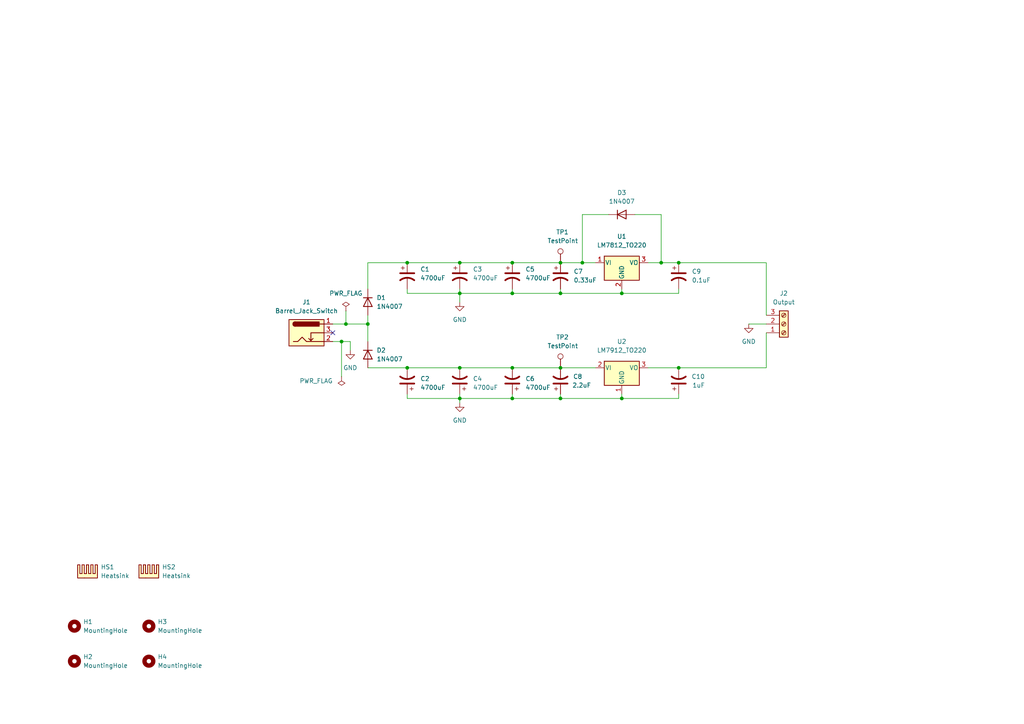
<source format=kicad_sch>
(kicad_sch (version 20211123) (generator eeschema)
  (paper "A4")
  (title_block (title "Eurorack Power Supply") (rev "rev3") (company "Northride Synth"))
  (lib_symbols
    (symbol "Connector:Barrel_Jack_Switch" (pin_names hide)
      (property "Reference" "J" (at 0 5.334 0))
      (property "Value" "Barrel_Jack_Switch" (at 0 -5.08 0))
      (symbol "Barrel_Jack_Switch_0_1"
        (rectangle (start -5.08 3.81) (end 5.08 -3.81) (stroke (width 0.254)) (fill (type background)))
        (arc (start -3.302 3.175) (mid -3.937 2.54) (end -3.302 1.905) (stroke (width 0.254)))
        (arc (start -3.302 3.175) (mid -3.937 2.54) (end -3.302 1.905) (stroke (width 0.254)) (fill (type outline)))
        (polyline (pts (xy 1.27 -2.286) (xy 1.905 -1.651)) (stroke (width 0.254)))
        (polyline (pts (xy 5.08 2.54) (xy 3.81 2.54)) (stroke (width 0.254)))
        (polyline (pts (xy 5.08 0) (xy 1.27 0) (xy 1.27 -2.286) (xy 0.635 -1.651)) (stroke (width 0.254)))
        (polyline (pts (xy -3.81 -2.54) (xy -2.54 -2.54) (xy -1.27 -1.27) (xy 0 -2.54) (xy 2.54 -2.54) (xy 5.08 -2.54)) (stroke (width 0.254)))
        (rectangle (start 3.683 3.175) (end -3.302 1.905) (stroke (width 0.254)) (fill (type outline)))
      )
      (symbol "Barrel_Jack_Switch_1_1"
        (pin passive line (at 7.62 2.54 180) (length 2.54) (name "~") (number "1"))
        (pin passive line (at 7.62 -2.54 180) (length 2.54) (name "~") (number "2"))
        (pin passive line (at 7.62 0 180) (length 2.54) (name "~") (number "3"))
      )
    )
    (symbol "Connector:Screw_Terminal_01x03" (pin_names (offset 1.016) hide)
      (property "Reference" "J" (at 0 5.08 0))
      (property "Value" "Screw_Terminal_01x03" (at 0 -5.08 0))
      (symbol "Screw_Terminal_01x03_1_1"
        (rectangle (start -1.27 3.81) (end 1.27 -3.81) (stroke (width 0.254)) (fill (type background)))
        (circle (center 0 -2.54) (radius 0.635) (stroke (width 0.1524)))
        (polyline (pts (xy -0.5334 -2.2098) (xy 0.3302 -3.048)) (stroke (width 0.1524)))
        (polyline (pts (xy -0.5334 0.3302) (xy 0.3302 -0.508)) (stroke (width 0.1524)))
        (polyline (pts (xy -0.5334 2.8702) (xy 0.3302 2.032)) (stroke (width 0.1524)))
        (polyline (pts (xy -0.3556 -2.032) (xy 0.508 -2.8702)) (stroke (width 0.1524)))
        (polyline (pts (xy -0.3556 0.508) (xy 0.508 -0.3302)) (stroke (width 0.1524)))
        (polyline (pts (xy -0.3556 3.048) (xy 0.508 2.2098)) (stroke (width 0.1524)))
        (circle (center 0 0) (radius 0.635) (stroke (width 0.1524)))
        (circle (center 0 2.54) (radius 0.635) (stroke (width 0.1524)))
        (pin passive line (at -5.08 2.54 0) (length 3.81) (name "Pin_1") (number "1"))
        (pin passive line (at -5.08 0 0) (length 3.81) (name "Pin_2") (number "2"))
        (pin passive line (at -5.08 -2.54 0) (length 3.81) (name "Pin_3") (number "3"))
      )
    )
    (symbol "Connector:TestPoint" (pin_numbers hide) (pin_names (offset 0.762) hide)
      (property "Reference" "TP" (at 0 6.858 0))
      (property "Value" "TestPoint" (at 0 5.08 0))
      (symbol "TestPoint_0_1"
        (circle (center 0 3.302) (radius 0.762))
      )
      (symbol "TestPoint_1_1"
        (pin passive line (at 0 0 90) (length 2.54) (name "1") (number "1"))
      )
    )
    (symbol "Device:C_Polarized_US" (pin_numbers hide) (pin_names (offset 0.254) hide)
      (property "Reference" "C" (at 0.635 2.54 0))
      (property "Value" "C_Polarized_US" (at 0.635 -2.54 0))
      (symbol "C_Polarized_US_0_1"
        (polyline (pts (xy -2.032 0.762) (xy 2.032 0.762)) (stroke (width 0.508)))
        (polyline (pts (xy -1.778 2.286) (xy -0.762 2.286)))
        (polyline (pts (xy -1.27 1.778) (xy -1.27 2.794)))
        (arc (start 2.032 -1.27) (mid 0 -0.5572) (end -2.032 -1.27) (stroke (width 0.508)))
      )
      (symbol "C_Polarized_US_1_1"
        (pin passive line (at 0 3.81 270) (length 2.794) (name "~") (number "1"))
        (pin passive line (at 0 -3.81 90) (length 3.302) (name "~") (number "2"))
      )
    )
    (symbol "Diode:1N4007" (pin_numbers hide) (pin_names (offset 1.016) hide)
      (property "Reference" "D" (at 0 2.54 0))
      (property "Value" "1N4007" (at 0 -2.54 0))
      (symbol "1N4007_0_1"
        (polyline (pts (xy -1.27 1.27) (xy -1.27 -1.27)) (stroke (width 0.254)))
        (polyline (pts (xy 1.27 0) (xy -1.27 0)))
        (polyline (pts (xy 1.27 1.27) (xy 1.27 -1.27) (xy -1.27 0) (xy 1.27 1.27)) (stroke (width 0.254)))
      )
      (symbol "1N4007_1_1"
        (pin passive line (at -3.81 0 0) (length 2.54) (name "K") (number "1"))
        (pin passive line (at 3.81 0 180) (length 2.54) (name "A") (number "2"))
      )
    )
    (symbol "Mechanical:Heatsink" (pin_names (offset 1.016))
      (property "Reference" "HS" (at 0 5.08 0))
      (property "Value" "Heatsink" (at 0 -1.27 0))
      (symbol "Heatsink_0_1"
        (polyline (pts (xy -0.3302 1.27) (xy -0.9652 1.27) (xy -0.9652 3.81) (xy -1.6002 3.81) (xy -1.6002 1.27) (xy -2.2352 1.27) (xy -2.2352 3.81) (xy -2.8702 3.81) (xy -2.8702 0) (xy -0.9652 0)) (stroke (width 0.254)) (fill (type background)))
        (polyline (pts (xy -0.3302 1.27) (xy -0.3302 3.81) (xy 0.3048 3.81) (xy 0.3048 1.27) (xy 0.9398 1.27) (xy 0.9398 3.81) (xy 1.5748 3.81) (xy 1.5748 1.27) (xy 2.2098 1.27) (xy 2.2098 3.81) (xy 2.8448 3.81) (xy 2.8448 0) (xy -0.9652 0)) (stroke (width 0.254)) (fill (type background)))
      )
    )
    (symbol "Mechanical:MountingHole" (pin_names (offset 1.016))
      (property "Reference" "H" (at 0 5.08 0))
      (property "Value" "MountingHole" (at 0 3.175 0))
      (symbol "MountingHole_0_1"
        (circle (center 0 0) (radius 1.27) (stroke (width 1.27)))
      )
    )
    (symbol "Regulator_Linear:LM7812_TO220" (pin_names (offset 0.254))
      (property "Reference" "U" (at -3.81 3.175 0))
      (property "Value" "LM7812_TO220" (at 0 3.175 0))
      (symbol "LM7812_TO220_0_1"
        (rectangle (start -5.08 1.905) (end 5.08 -5.08) (stroke (width 0.254)) (fill (type background)))
      )
      (symbol "LM7812_TO220_1_1"
        (pin power_in line (at -7.62 0 0) (length 2.54) (name "VI") (number "1"))
        (pin power_in line (at 0 -7.62 90) (length 2.54) (name "GND") (number "2"))
        (pin power_out line (at 7.62 0 180) (length 2.54) (name "VO") (number "3"))
      )
    )
    (symbol "Regulator_Linear:LM7912_TO220" (pin_names (offset 0.254))
      (property "Reference" "U" (at -3.81 -3.175 0))
      (property "Value" "LM7912_TO220" (at 0 -3.175 0))
      (symbol "LM7912_TO220_0_1"
        (rectangle (start -5.08 5.08) (end 5.08 -1.905) (stroke (width 0.254)) (fill (type background)))
      )
      (symbol "LM7912_TO220_1_1"
        (pin power_in line (at 0 7.62 270) (length 2.54) (name "GND") (number "1"))
        (pin power_in line (at -7.62 0 0) (length 2.54) (name "VI") (number "2"))
        (pin power_out line (at 7.62 0 180) (length 2.54) (name "VO") (number "3"))
      )
    )
    (symbol "power:GND" (power) (pin_names (offset 0))
      (property "Value" "GND" (at 0 -3.81 0))
      (symbol "GND_0_1"
        (polyline (pts (xy 0 0) (xy 0 -1.27) (xy 1.27 -1.27) (xy 0 -2.54) (xy -1.27 -1.27) (xy 0 -1.27)))
      )
      (symbol "GND_1_1"
        (pin power_in line (at 0 0 270) (length 0) hide (name "GND") (number "1"))
      )
    )
    (symbol "power:PWR_FLAG" (power) (pin_numbers hide) (pin_names (offset 0) hide)
      (property "Value" "PWR_FLAG" (at 0 3.81 0))
      (symbol "PWR_FLAG_0_0"
        (pin power_out line (at 0 0 90) (length 0) (name "pwr") (number "1"))
      )
      (symbol "PWR_FLAG_0_1"
        (polyline (pts (xy 0 0) (xy 0 1.27) (xy -1.016 1.905) (xy 0 2.54) (xy 1.016 1.905) (xy 0 1.27)))
      )
    )
  )
  (junction (at 133.35 76.2))
  (junction (at 118.11 76.2))
  (junction (at 180.34 85.09))
  (junction (at 133.35 115.57))
  (junction (at 168.91 76.2))
  (junction (at 148.59 76.2))
  (junction (at 180.34 115.57))
  (junction (at 148.59 85.09))
  (junction (at 162.56 106.68))
  (junction (at 162.56 76.2))
  (junction (at 148.59 106.68))
  (junction (at 196.85 76.2))
  (junction (at 99.06 99.06))
  (junction (at 148.59 115.57))
  (junction (at 106.68 93.98))
  (junction (at 100.33 93.98))
  (junction (at 133.35 85.09))
  (junction (at 191.77 76.2))
  (junction (at 162.56 85.09))
  (junction (at 133.35 106.68))
  (junction (at 196.85 106.68))
  (junction (at 118.11 106.68))
  (junction (at 162.56 115.57))
  (no_connect (at 96.52 96.52))
  (wire (pts (xy 180.34 83.82) (xy 180.34 85.09)))
  (wire (pts (xy 162.56 106.68) (xy 172.72 106.68)))
  (wire (pts (xy 106.68 76.2) (xy 118.11 76.2)))
  (wire (pts (xy 196.85 83.82) (xy 196.85 85.09)))
  (wire (pts (xy 96.52 93.98) (xy 100.33 93.98)))
  (wire (pts (xy 118.11 114.3) (xy 118.11 115.57)))
  (wire (pts (xy 180.34 115.57) (xy 162.56 115.57)))
  (wire (pts (xy 184.15 62.23) (xy 191.77 62.23)))
  (wire (pts (xy 100.33 93.98) (xy 106.68 93.98)))
  (wire (pts (xy 106.68 93.98) (xy 106.68 99.06)))
  (wire (pts (xy 148.59 106.68) (xy 162.56 106.68)))
  (wire (pts (xy 106.68 106.68) (xy 118.11 106.68)))
  (wire (pts (xy 187.96 76.2) (xy 191.77 76.2)))
  (wire (pts (xy 106.68 83.82) (xy 106.68 76.2)))
  (wire (pts (xy 133.35 83.82) (xy 133.35 85.09)))
  (wire (pts (xy 133.35 106.68) (xy 148.59 106.68)))
  (wire (pts (xy 168.91 62.23) (xy 176.53 62.23)))
  (wire (pts (xy 162.56 115.57) (xy 162.56 114.3)))
  (wire (pts (xy 180.34 114.3) (xy 180.34 115.57)))
  (wire (pts (xy 96.52 99.06) (xy 99.06 99.06)))
  (wire (pts (xy 162.56 85.09) (xy 162.56 83.82)))
  (wire (pts (xy 148.59 83.82) (xy 148.59 85.09)))
  (wire (pts (xy 191.77 62.23) (xy 191.77 76.2)))
  (wire (pts (xy 168.91 76.2) (xy 168.91 62.23)))
  (wire (pts (xy 118.11 76.2) (xy 133.35 76.2)))
  (wire (pts (xy 99.06 99.06) (xy 99.06 109.22)))
  (wire (pts (xy 133.35 115.57) (xy 148.59 115.57)))
  (wire (pts (xy 222.25 106.68) (xy 222.25 96.52)))
  (wire (pts (xy 148.59 115.57) (xy 148.59 114.3)))
  (wire (pts (xy 196.85 76.2) (xy 222.25 76.2)))
  (wire (pts (xy 196.85 106.68) (xy 222.25 106.68)))
  (wire (pts (xy 187.96 106.68) (xy 196.85 106.68)))
  (wire (pts (xy 106.68 91.44) (xy 106.68 93.98)))
  (wire (pts (xy 222.25 76.2) (xy 222.25 91.44)))
  (wire (pts (xy 196.85 115.57) (xy 180.34 115.57)))
  (wire (pts (xy 133.35 85.09) (xy 148.59 85.09)))
  (wire (pts (xy 101.6 99.06) (xy 101.6 101.6)))
  (wire (pts (xy 99.06 99.06) (xy 101.6 99.06)))
  (wire (pts (xy 168.91 76.2) (xy 172.72 76.2)))
  (wire (pts (xy 148.59 76.2) (xy 162.56 76.2)))
  (wire (pts (xy 133.35 76.2) (xy 148.59 76.2)))
  (wire (pts (xy 196.85 85.09) (xy 180.34 85.09)))
  (wire (pts (xy 118.11 115.57) (xy 133.35 115.57)))
  (wire (pts (xy 148.59 85.09) (xy 162.56 85.09)))
  (wire (pts (xy 118.11 106.68) (xy 133.35 106.68)))
  (wire (pts (xy 133.35 114.3) (xy 133.35 115.57)))
  (wire (pts (xy 100.33 90.17) (xy 100.33 93.98)))
  (wire (pts (xy 133.35 115.57) (xy 133.35 116.84)))
  (wire (pts (xy 162.56 76.2) (xy 168.91 76.2)))
  (wire (pts (xy 191.77 76.2) (xy 196.85 76.2)))
  (wire (pts (xy 196.85 114.3) (xy 196.85 115.57)))
  (wire (pts (xy 217.17 93.98) (xy 222.25 93.98)))
  (wire (pts (xy 118.11 83.82) (xy 118.11 85.09)))
  (wire (pts (xy 133.35 85.09) (xy 133.35 87.63)))
  (wire (pts (xy 148.59 115.57) (xy 162.56 115.57)))
  (wire (pts (xy 118.11 85.09) (xy 133.35 85.09)))
  (wire (pts (xy 180.34 85.09) (xy 162.56 85.09)))
  (symbol (lib_id "power:PWR_FLAG") (at 100.33 90.17 0) (unit 1)
    (property "Reference" "#FLG02" (effects hide))
    (property "Value" "PWR_FLAG" (at 100.33 85.09 0))
  )
  (symbol (lib_id "Mechanical:Heatsink") (at 43.18 167.64 0) (unit 1) (on_board no)
    (property "Reference" "HS2" (at 46.99 164.4649 0) (effects (justify left)))
    (property "Value" "Heatsink" (at 46.99 167.0049 0) (effects (justify left)))
    (property "Manufacturer" "005A1INW" (effects hide))
    (property "Manufacturer Part No." "Tayda" (effects hide))
    (property "Supplier" "Tayda" (effects hide))
    (property "Supplier Part No." "A-1486 " (effects hide))
  )
  (symbol (lib_id "Mechanical:MountingHole") (at 43.18 191.77 0) (unit 1) (in_bom no)
    (property "Reference" "H4" (at 45.72 190.4999 0) (effects (justify left)))
    (property "Value" "MountingHole" (at 45.72 193.0399 0) (effects (justify left)))
    (property "Footprint" "MountingHole:MountingHole_3.2mm_M3" (effects hide))
  )
  (symbol (lib_id "Device:C_Polarized_US") (at 148.59 80.01 0) (unit 1)
    (property "Reference" "C5" (at 152.4 78.1049 0) (effects (justify left)))
    (property "Value" "4700uF" (at 152.4 80.6449 0) (effects (justify left)))
    (property "Footprint" "Capacitor_THT:CP_Radial_D16.0mm_P7.50mm" (effects hide))
    (property "Manufacturer" "JB Capacitors" (effects hide))
    (property "Manufacturer Part No." "JRB1E472M07501600250000B" (effects hide))
    (property "Supplier" "Tayda" (effects hide))
    (property "Supplier Part No." "A-1077" (effects hide))
  )
  (symbol (lib_id "Diode:1N4007") (at 106.68 87.63 270) (unit 1)
    (property "Reference" "D1" (at 109.22 86.3599 90) (effects (justify left)))
    (property "Value" "1N4007" (at 109.22 88.8999 90) (effects (justify left)))
    (property "Footprint" "Diode_THT:D_DO-41_SOD81_P10.16mm_Horizontal" (effects hide))
    (property "Supplier" "Tayda" (effects hide))
    (property "Supplier Part No." "A-155" (effects hide))
    (property "Manufacturer" "EIC" (effects hide))
    (property "Manufacturer Part No." "1N4007" (effects hide))
  )
  (symbol (lib_id "Device:C_Polarized_US") (at 118.11 80.01 0) (unit 1)
    (property "Reference" "C1" (at 121.92 78.1049 0) (effects (justify left)))
    (property "Value" "4700uF" (at 121.92 80.6449 0) (effects (justify left)))
    (property "Footprint" "Capacitor_THT:CP_Radial_D16.0mm_P7.50mm" (effects hide))
    (property "Supplier" "Tayda" (effects hide))
    (property "Manufacturer Part No." "JRB1E472M07501600250000B" (effects hide))
    (property "Manufacturer" "JB Capacitors" (effects hide))
    (property "Supplier Part No." "A-1077" (effects hide))
  )
  (symbol (lib_id "Device:C_Polarized_US") (at 133.35 80.01 0) (unit 1)
    (property "Reference" "C3" (at 137.16 78.1049 0) (effects (justify left)))
    (property "Value" "4700uF" (at 137.16 80.6449 0) (effects (justify left)))
    (property "Footprint" "Capacitor_THT:CP_Radial_D16.0mm_P7.50mm" (effects hide))
    (property "Manufacturer" "JB Capacitors" (effects hide))
    (property "Manufacturer Part No." "JRB1E472M07501600250000B" (effects hide))
    (property "Supplier" "Tayda" (effects hide))
    (property "Supplier Part No." "A-1077" (effects hide))
  )
  (symbol (lib_id "Device:C_Polarized_US") (at 162.56 110.49 0) (mirror x) (unit 1)
    (property "Reference" "C8" (at 168.91 109.22 0) (effects (justify right)))
    (property "Value" "2.2uF" (at 171.45 111.76 0) (effects (justify right)))
    (property "Footprint" "Capacitor_THT:CP_Radial_Tantal_D5.0mm_P2.50mm" (effects hide))
    (property "Manufacturer" "AVX" (effects hide))
    (property "Manufacturer Part No." "1uF 35V Radial Capacitor Tantalum" (effects hide))
    (property "Supplier" "Tayda" (effects hide))
    (property "Supplier Part No." "A-265 " (effects hide))
  )
  (symbol (lib_id "Connector:TestPoint") (at 162.56 76.2 0) (unit 1)
    (property "Reference" "TP1" (at 161.29 67.31 0) (effects (justify left)))
    (property "Value" "TestPoint" (at 158.75 69.85 0) (effects (justify left)))
    (property "Footprint" "TestPoint:TestPoint_Pad_D1.5mm" (effects hide))
  )
  (symbol (lib_id "Mechanical:MountingHole") (at 21.59 181.61 0) (unit 1) (in_bom no)
    (property "Reference" "H1" (at 24.13 180.3399 0) (effects (justify left)))
    (property "Value" "MountingHole" (at 24.13 182.8799 0) (effects (justify left)))
    (property "Footprint" "MountingHole:MountingHole_3.2mm_M3" (effects hide))
  )
  (symbol (lib_id "Device:C_Polarized_US") (at 162.56 80.01 0) (unit 1)
    (property "Reference" "C7" (at 166.37 78.7399 0) (effects (justify left)))
    (property "Value" "0.33uF" (at 166.37 81.2799 0) (effects (justify left)))
    (property "Footprint" "Capacitor_THT:CP_Radial_Tantal_D5.0mm_P2.50mm" (effects hide))
    (property "Manufacturer" "AVX" (effects hide))
    (property "Manufacturer Part No." "1uF 35V Radial Capacitor Tantalum" (effects hide))
    (property "Supplier" "Tayda" (effects hide))
    (property "Supplier Part No." "A-265 " (effects hide))
  )
  (symbol (lib_id "Regulator_Linear:LM7912_TO220") (at 180.34 106.68 0) (mirror x) (unit 1)
    (property "Reference" "U2" (at 180.34 99.06 0))
    (property "Value" "LM7912_TO220" (at 180.34 101.6 0))
    (property "Footprint" "Package_TO_SOT_THT:TO-220-3_Vertical" (effects hide))
    (property "Supplier" "Tayda" (effects hide))
    (property "Manufacturer" "STMicroelectronics" (effects hide))
    (property "Manufacturer Part No." "L7912CV" (effects hide))
    (property "Supplier Part No." "A-505 " (effects hide))
  )
  (symbol (lib_id "Device:C_Polarized_US") (at 196.85 110.49 0) (mirror x) (unit 1)
    (property "Reference" "C10" (at 204.47 109.22 0) (effects (justify right)))
    (property "Value" "1uF" (at 204.47 111.76 0) (effects (justify right)))
    (property "Footprint" "Capacitor_THT:CP_Radial_Tantal_D5.0mm_P2.50mm" (effects hide))
    (property "Manufacturer" "AVX" (effects hide))
    (property "Manufacturer Part No." "1uF 35V Radial Capacitor Tantalum" (effects hide))
    (property "Supplier" "Tayda" (effects hide))
    (property "Supplier Part No." "A-265 " (effects hide))
  )
  (symbol (lib_id "power:PWR_FLAG") (at 99.06 109.22 0) (mirror x) (unit 1)
    (property "Reference" "#FLG01" (effects hide))
    (property "Value" "PWR_FLAG" (at 96.52 110.4899 0) (effects (justify right)))
  )
  (symbol (lib_id "Device:C_Polarized_US") (at 118.11 110.49 180) (unit 1)
    (property "Reference" "C2" (at 121.92 109.8549 0) (effects (justify right)))
    (property "Value" "4700uF" (at 121.92 112.3949 0) (effects (justify right)))
    (property "Footprint" "Capacitor_THT:CP_Radial_D16.0mm_P7.50mm" (effects hide))
    (property "Manufacturer" "JB Capacitors" (effects hide))
    (property "Manufacturer Part No." "JRB1E472M07501600250000B" (effects hide))
    (property "Supplier" "Tayda" (effects hide))
    (property "Supplier Part No." "A-1077" (effects hide))
  )
  (symbol (lib_id "power:GND") (at 101.6 101.6 0) (unit 1)
    (property "Reference" "#PWR01" (effects hide))
    (property "Value" "GND" (at 101.6 106.68 0))
  )
  (symbol (lib_id "power:GND") (at 133.35 87.63 0) (unit 1)
    (property "Reference" "#PWR02" (effects hide))
    (property "Value" "GND" (at 133.35 92.71 0))
  )
  (symbol (lib_id "Device:C_Polarized_US") (at 148.59 110.49 180) (unit 1)
    (property "Reference" "C6" (at 152.4 109.8549 0) (effects (justify right)))
    (property "Value" "4700uF" (at 152.4 112.3949 0) (effects (justify right)))
    (property "Footprint" "Capacitor_THT:CP_Radial_D16.0mm_P7.50mm" (effects hide))
    (property "Manufacturer" "JB Capacitors" (effects hide))
    (property "Manufacturer Part No." "JRB1E472M07501600250000B" (effects hide))
    (property "Supplier" "Tayda" (effects hide))
    (property "Supplier Part No." "A-1077" (effects hide))
  )
  (symbol (lib_id "Regulator_Linear:LM7812_TO220") (at 180.34 76.2 0) (unit 1)
    (property "Reference" "U1" (at 180.34 68.58 0))
    (property "Value" "LM7812_TO220" (at 180.34 71.12 0))
    (property "Footprint" "Package_TO_SOT_THT:TO-220-3_Vertical" (effects hide))
    (property "Supplier" "Tayda" (effects hide))
    (property "Manufacturer" "STMicroelectronics" (effects hide))
    (property "Manufacturer Part No." "L7812CV" (effects hide))
    (property "Supplier Part No." "A-207 " (effects hide))
  )
  (symbol (lib_id "Diode:1N4007") (at 106.68 102.87 270) (unit 1)
    (property "Reference" "D2" (at 109.22 101.5999 90) (effects (justify left)))
    (property "Value" "1N4007" (at 109.22 104.1399 90) (effects (justify left)))
    (property "Footprint" "Diode_THT:D_DO-41_SOD81_P10.16mm_Horizontal" (effects hide))
    (property "Supplier" "Tayda" (effects hide))
    (property "Supplier Part No." "A-155" (effects hide))
    (property "Manufacturer" "EIC" (effects hide))
    (property "Manufacturer Part No." "1N4007" (effects hide))
  )
  (symbol (lib_id "Connector:Screw_Terminal_01x03") (at 227.33 93.98 0) (mirror x) (unit 1)
    (property "Reference" "J2" (at 227.33 85.09 0))
    (property "Value" "Output" (at 227.33 87.63 0))
    (property "Footprint" "DEGSON_Screw_Terminals:DG126" (effects hide))
    (property "Supplier" "Tayda" (effects hide))
    (property "Manufacturer" "DEGSON" (effects hide))
    (property "Manufacturer Part No." "DG126-03P" (effects hide))
    (property "Supplier Part No." "A-663 " (effects hide))
  )
  (symbol (lib_id "Mechanical:MountingHole") (at 43.18 181.61 0) (unit 1) (in_bom no)
    (property "Reference" "H3" (at 45.72 180.3399 0) (effects (justify left)))
    (property "Value" "MountingHole" (at 45.72 182.8799 0) (effects (justify left)))
    (property "Footprint" "MountingHole:MountingHole_3.2mm_M3" (effects hide))
  )
  (symbol (lib_id "Diode:1N4007") (at 180.34 62.23 0) (unit 1)
    (property "Reference" "D3" (at 180.34 55.88 0))
    (property "Value" "1N4007" (at 180.34 58.42 0))
    (property "Footprint" "Diode_THT:D_DO-41_SOD81_P10.16mm_Horizontal" (effects hide))
    (property "Supplier" "Tayda" (effects hide))
    (property "Supplier Part No." "A-155" (effects hide))
    (property "Manufacturer" "EIC" (effects hide))
    (property "Manufacturer Part No." "1N4007" (effects hide))
  )
  (symbol (lib_id "power:GND") (at 133.35 116.84 0) (unit 1)
    (property "Reference" "#PWR03" (effects hide))
    (property "Value" "GND" (at 133.35 121.92 0))
  )
  (symbol (lib_id "Device:C_Polarized_US") (at 133.35 110.49 180) (unit 1)
    (property "Reference" "C4" (at 137.16 109.8549 0) (effects (justify right)))
    (property "Value" "4700uF" (at 137.16 112.3949 0) (effects (justify right)))
    (property "Footprint" "Capacitor_THT:CP_Radial_D16.0mm_P7.50mm" (effects hide))
    (property "Manufacturer" "JB Capacitors" (effects hide))
    (property "Manufacturer Part No." "JRB1E472M07501600250000B" (effects hide))
    (property "Supplier" "Tayda" (effects hide))
    (property "Supplier Part No." "A-1077" (effects hide))
  )
  (symbol (lib_id "power:GND") (at 217.17 93.98 0) (unit 1)
    (property "Reference" "#PWR04" (effects hide))
    (property "Value" "GND" (at 217.17 99.06 0))
  )
  (symbol (lib_id "Connector:TestPoint") (at 162.56 106.68 0) (unit 1)
    (property "Reference" "TP2" (at 161.29 97.79 0) (effects (justify left)))
    (property "Value" "TestPoint" (at 158.75 100.33 0) (effects (justify left)))
    (property "Footprint" "TestPoint:TestPoint_Pad_D1.5mm" (effects hide))
  )
  (symbol (lib_id "Mechanical:Heatsink") (at 25.4 167.64 0) (unit 1) (on_board no)
    (property "Reference" "HS1" (at 29.21 164.4649 0) (effects (justify left)))
    (property "Value" "Heatsink" (at 29.21 167.0049 0) (effects (justify left)))
    (property "Manufacturer" "005A1INW" (effects hide))
    (property "Manufacturer Part No." "Tayda" (effects hide))
    (property "Supplier" "Tayda" (effects hide))
    (property "Supplier Part No." "A-1486 " (effects hide))
  )
  (symbol (lib_id "Connector:Barrel_Jack_Switch") (at 88.9 96.52 0) (unit 1)
    (property "Reference" "J1" (at 88.9 87.63 0))
    (property "Value" "Barrel_Jack_Switch" (at 88.9 90.17 0))
    (property "Footprint" "WEALTH_METAL_Barrel_Jacks:BarrelJack_Horizontal_2.1mm_WEALTH_METAL" (effects hide))
    (property "Supplier" "Tayda" (effects hide))
    (property "Supplier Part No." "A-4118" (effects hide))
    (property "Manufacturer" "WEALTH METAL" (effects hide))
    (property "Manufacturer Part No." "DC Power Jack 2.1mm" (effects hide))
  )
  (symbol (lib_id "Mechanical:MountingHole") (at 21.59 191.77 0) (unit 1) (in_bom no)
    (property "Reference" "H2" (at 24.13 190.4999 0) (effects (justify left)))
    (property "Value" "MountingHole" (at 24.13 193.0399 0) (effects (justify left)))
    (property "Footprint" "MountingHole:MountingHole_3.2mm_M3" (effects hide))
  )
  (symbol (lib_id "Device:C_Polarized_US") (at 196.85 80.01 0) (unit 1)
    (property "Reference" "C9" (at 200.66 78.7399 0) (effects (justify left)))
    (property "Value" "0.1uF" (at 200.66 81.2799 0) (effects (justify left)))
    (property "Footprint" "Capacitor_THT:CP_Radial_Tantal_D5.0mm_P2.50mm" (effects hide))
    (property "Manufacturer" "AVX" (effects hide))
    (property "Manufacturer Part No." "1uF 35V Radial Capacitor Tantalum" (effects hide))
    (property "Supplier" "Tayda" (effects hide))
    (property "Supplier Part No." "A-265 " (effects hide))
  )
)
</source>
